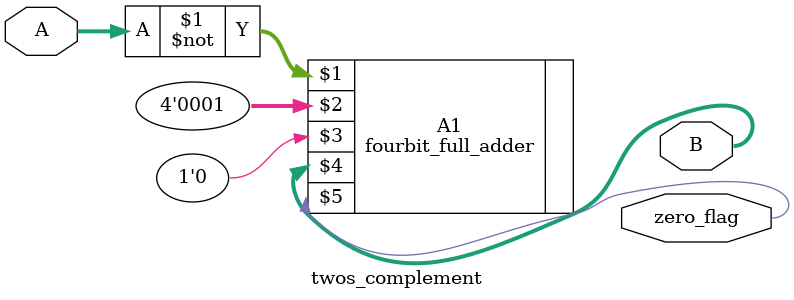
<source format=v>
`timescale 1ns / 1ps


module twos_complement(
    input [3:0] A,
    output [3:0] B,
    output zero_flag
    );
 
    fourbit_full_adder A1 ((~A), 4'b0001, 1'b0, B, zero_flag);
endmodule

</source>
